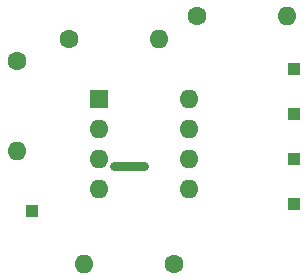
<source format=gbr>
G04 #@! TF.FileFunction,Copper,L1,Top,Signal*
%FSLAX46Y46*%
G04 Gerber Fmt 4.6, Leading zero omitted, Abs format (unit mm)*
G04 Created by KiCad (PCBNEW 4.0.7) date 01/30/19 19:44:05*
%MOMM*%
%LPD*%
G01*
G04 APERTURE LIST*
%ADD10C,0.100000*%
%ADD11R,1.000000X1.000000*%
%ADD12C,1.600000*%
%ADD13O,1.600000X1.600000*%
%ADD14R,1.600000X1.600000*%
%ADD15C,0.600000*%
%ADD16C,0.750000*%
G04 APERTURE END LIST*
D10*
D11*
X161290000Y-87630000D03*
X139065000Y-92075000D03*
X161290000Y-91440000D03*
D12*
X153035000Y-75565000D03*
D13*
X160655000Y-75565000D03*
D12*
X142240000Y-77470000D03*
D13*
X149860000Y-77470000D03*
D12*
X137795000Y-79375000D03*
D13*
X137795000Y-86995000D03*
D12*
X151130000Y-96520000D03*
D13*
X143510000Y-96520000D03*
D14*
X144780000Y-82550000D03*
D13*
X152400000Y-90170000D03*
X144780000Y-85090000D03*
X152400000Y-87630000D03*
X144780000Y-87630000D03*
X152400000Y-85090000D03*
X144780000Y-90170000D03*
X152400000Y-82550000D03*
D11*
X161290000Y-80010000D03*
X161290000Y-83820000D03*
D15*
X146050000Y-88265000D03*
X148590000Y-88265000D03*
D16*
X148590000Y-88265000D02*
X146050000Y-88265000D01*
M02*

</source>
